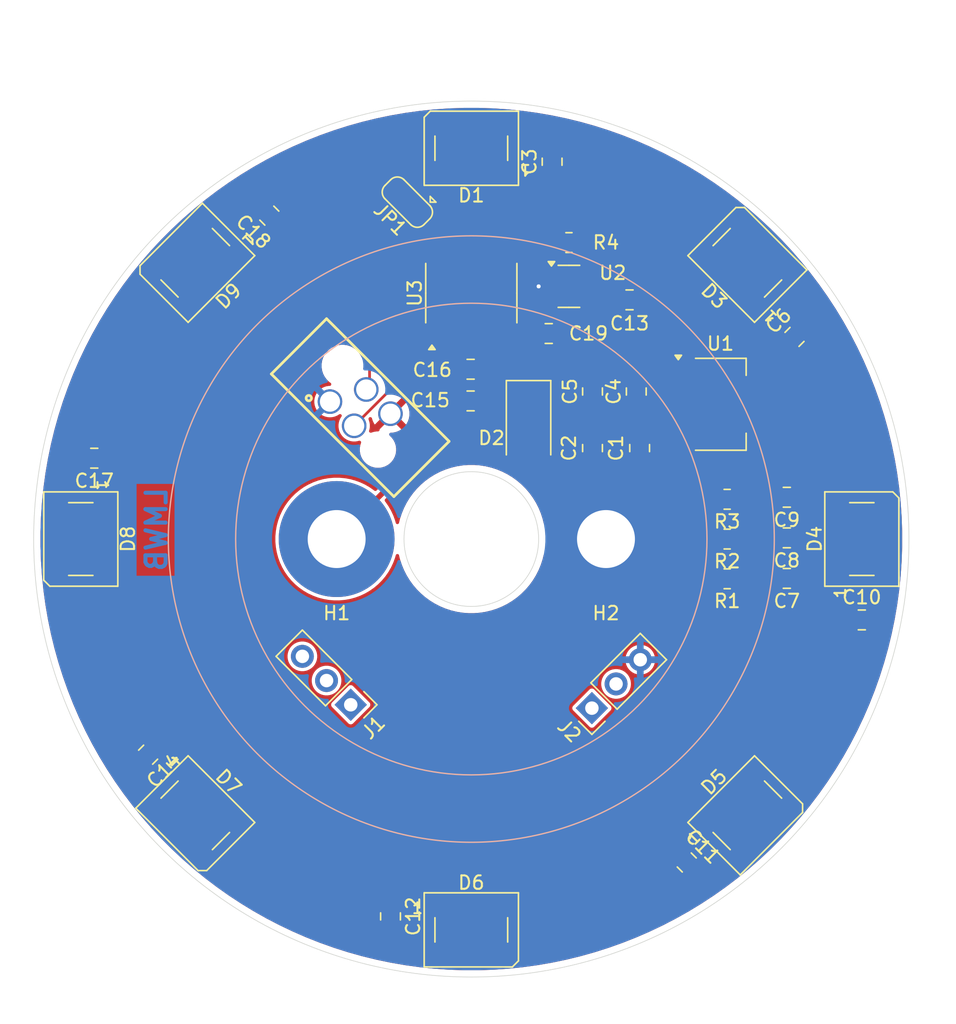
<source format=kicad_pcb>
(kicad_pcb (version 20241229) (generator "pcbnew") (generator_version "9.0")
  (layers (0 "F.Cu" signal) (2 "B.Cu" signal) (13 "F.Paste" user) (15 "B.Paste" user) (5 "F.SilkS" user "F.Silkscreen") (7 "B.SilkS" user "B.Silkscreen") (1 "F.Mask" user) (3 "B.Mask" user) (25 "Edge.Cuts" user))
  (net 0 "")
  (net 1 "GND")
  (net 2 "Net-(D1-DOUT)")
  (net 3 "Net-(J1-Pin_1)")
  (net 4 "Net-(J1-Pin_2)")
  (net 5 "Net-(J1-Pin_3)")
  (net 6 "Net-(D5-DOUT)")
  (net 7 "Net-(D6-DOUT)")
  (net 8 "VCC")
  (net 9 "+3V3")
  (net 10 "Net-(D1-DIN)")
  (net 11 "/SPI-MOSI")
  (net 12 "/TIM1-CH1")
  (net 13 "Net-(D7-DOUT)")
  (net 14 "Net-(D2-A)")
  (net 15 "Net-(D8-DOUT)")
  (net 16 "/SCL")
  (net 17 "/SDA")
  (net 19 "/SW-DIO")
  (net 21 "/UART-TX")
  (net 23 "/SPI-SCK")
  (net 24 "/UART-RX")
  (net 25 "/SW-CLK")
  (net 26 "/EXTI-5")
  (net 28 "/EXTI-4")
  (net 30 "/EXTI-6")
  (net 31 "/nRST")
  (net 32 "Net-(D3-DOUT)")
  (net 33 "Net-(D4-DOUT)")
  (net 35 "Net-(U2-WP)")
  (footprint "LED_SMD:LED_WS2812B_PLCC4_5.0x5.0mm_P3.2mm" (layer "F.Cu") (at 41 70 -90)
    (property "Reference" "D8" (at 0 -3.5 90) (layer "F.SilkS"))
    (property "Value" "WS2812B")
    (fp_line (start -3.5 2.75) (end 3.05 2.75) (stroke (width 0.12)) (layer "F.SilkS"))
    (fp_line (start 3.05 2.75) (end 3.5 2.3) (stroke (width 0.12)) (layer "F.SilkS"))
    (fp_line (start 3.5 2.3) (end 3.5 -2.75) (stroke (width 0.12)) (layer "F.SilkS"))
    (fp_line (start -2.7 0.9) (end -2.7 -0.9) (stroke (width 0.12)) (layer "F.SilkS"))
    (fp_line (start 2.7 0.9) (end 2.7 -0.9) (stroke (width 0.12)) (layer "F.SilkS"))
    (fp_line (start -3.5 -2.75) (end -3.5 2.75) (stroke (width 0.12)) (layer "F.SilkS"))
    (fp_line (start -3.5 -2.75) (end 3.5 -2.75) (stroke (width 0.12)) (layer "F.SilkS"))
    (fp_text user "1" (at -4 -1.6 270) (layer "F.SilkS") (effects (font (size 0.8 0.8))))
    (pad "1" smd roundrect (at -2.45 -1.65 270) (size 1.5 0.9) (layers "F.Cu" "F.Mask" "F.Paste") (roundrect_rratio 0.1) (net 9 "+3V3"))
    (pad "2" smd roundrect (at -2.45 1.65 270) (size 1.5 0.9) (layers "F.Cu" "F.Mask" "F.Paste") (roundrect_rratio 0.1) (net 15 "Net-(D8-DOUT)"))
    (pad "3" smd roundrect (at 2.45 1.65 270) (size 1.5 0.9) (layers "F.Cu" "F.Mask" "F.Paste") (roundrect_rratio 0.1) (net 1 "GND"))
    (pad "4" smd roundrect (at 2.45 -1.65 270) (size 1.5 0.9) (layers "F.Cu" "F.Mask" "F.Paste") (roundrect_rratio 0.1) (net 13 "Net-(D7-DOUT)"))
  )
  (footprint "Capacitor_SMD:C_0805_2012Metric" (layer "F.Cu") (at 82.25 59.050001 90)
    (property "Reference" "C4" (at 0 -1.679999 90) (layer "F.SilkS"))
    (property "Value" "1u")
    (fp_line (start -0.261253 -0.735) (end 0.261253 -0.735) (stroke (width 0.12)) (layer "F.SilkS"))
    (fp_line (start -0.261253 0.735) (end 0.261253 0.735) (stroke (width 0.12)) (layer "F.SilkS"))
    (pad "1" smd roundrect (at -0.949999 0 90) (size 1 1.45) (layers "F.Cu" "F.Mask" "F.Paste") (net 9 "+3V3"))
    (pad "2" smd roundrect (at 0.949999 0 90) (size 1 1.45) (layers "F.Cu" "F.Mask" "F.Paste") (net 1 "GND"))
  )
  (footprint "LED_SMD:LED_WS2812B_PLCC4_5.0x5.0mm_P3.2mm" (layer "F.Cu") (at 90.5 49.5 135)
    (property "Reference" "D3" (at 0 -3.5 135) (layer "F.SilkS"))
    (property "Value" "WS2812B")
    (fp_line (start 2.7 0.9) (end 2.7 -0.9) (stroke (width 0.12)) (layer "F.SilkS"))
    (fp_line (start 3.5 2.3) (end 3.5 -2.75) (stroke (width 0.12)) (layer "F.SilkS"))
    (fp_line (start 3.05 2.75) (end 3.5 2.3) (stroke (width 0.12)) (layer "F.SilkS"))
    (fp_line (start -3.5 -2.75) (end 3.5 -2.75) (stroke (width 0.12)) (layer "F.SilkS"))
    (fp_line (start -3.5 -2.75) (end -3.5 2.75) (stroke (width 0.12)) (layer "F.SilkS"))
    (fp_line (start -2.7 0.9) (end -2.7 -0.9) (stroke (width 0.12)) (layer "F.SilkS"))
    (fp_line (start -3.5 2.75) (end 3.05 2.75) (stroke (width 0.12)) (layer "F.SilkS"))
    (fp_text user "1" (at -4 -1.6 135) (layer "F.SilkS") (effects (font (size 0.8 0.8))))
    (pad "1" smd roundrect (at -2.45 -1.65 135) (size 1.5 0.9) (layers "F.Cu" "F.Mask" "F.Paste") (roundrect_rratio 0.1) (net 9 "+3V3"))
    (pad "2" smd roundrect (at -2.45 1.65 135) (size 1.5 0.9) (layers "F.Cu" "F.Mask" "F.Paste") (roundrect_rratio 0.1) (net 32 "Net-(D3-DOUT)"))
    (pad "3" smd roundrect (at 2.45 1.65 135) (size 1.5 0.9) (layers "F.Cu" "F.Mask" "F.Paste") (roundrect_rratio 0.1) (net 1 "GND"))
    (pad "4" smd roundrect (at 2.45 -1.65 135) (size 1.5 0.9) (layers "F.Cu" "F.Mask" "F.Paste") (roundrect_rratio 0.1) (net 2 "Net-(D1-DOUT)"))
  )
  (footprint "Resistor_SMD:R_0805_2012Metric" (layer "F.Cu") (at 77.25 48)
    (property "Reference" "R4" (at 2.75 0 0) (layer "F.SilkS"))
    (property "Value" "0")
    (fp_line (start -0.227064 -0.735) (end 0.227064 -0.735) (stroke (width 0.12)) (layer "F.SilkS"))
    (fp_line (start -0.227064 0.735) (end 0.227064 0.735) (stroke (width 0.12)) (layer "F.SilkS"))
    (pad "1" smd roundrect (at -0.9125 0) (size 1.025 1.4) (layers "F.Cu" "F.Mask" "F.Paste") (roundrect_rratio 0.243902) (net 1 "GND"))
    (pad "2" smd roundrect (at 0.9125 0) (size 1.025 1.4) (layers "F.Cu" "F.Mask" "F.Paste") (roundrect_rratio 0.243902) (net 35 "Net-(U2-WP)"))
  )
  (footprint "Diode_SMD:D_SMA" (layer "F.Cu") (at 74.25 61.75 -90)
    (property "Reference" "D2" (at 0.75 2.75 0) (layer "F.SilkS"))
    (property "Value" "US1D")
    (fp_line (start -3.51 1.65) (end 2 1.65) (stroke (width 0.12)) (layer "F.SilkS"))
    (fp_line (start -3.51 -1.65) (end -3.51 1.65) (stroke (width 0.12)) (layer "F.SilkS"))
    (fp_line (start -3.51 -1.65) (end 2 -1.65) (stroke (width 0.12)) (layer "F.SilkS"))
    (pad "1" smd roundrect (at -2.000001 0 270) (size 2.5 1.8) (layers "F.Cu" "F.Mask" "F.Paste") (roundrect_rratio 0.1388888889) (net 8 "VCC"))
    (pad "2" smd roundrect (at 2.000001 0 270) (size 2.5 1.8) (layers "F.Cu" "F.Mask" "F.Paste") (roundrect_rratio 0.1388888889) (net 14 "Net-(D2-A)"))
  )
  (footprint "MountingHole:MountingHole_4.3mm_M4_Pad" (layer "F.Cu") (at 80 70)
    (property "Reference" "H2" (at 0 5.5 0) (layer "F.SilkS"))
    (property "Value" "MountingHole_Pad")
    (pad "1" thru_hole circle (at 0 0) (size 8.6 8.6) (drill 4.3) (layers "*.Cu" "*.Mask") (net 1 "GND"))
  )
  (footprint "LED_SMD:LED_WS2812B_PLCC4_5.0x5.0mm_P3.2mm" (layer "F.Cu") (at 70 41 180)
    (property "Reference" "D1" (at 0 -3.5 0) (layer "F.SilkS"))
    (property "Value" "WS2812B")
    (fp_line (start 3.5 2.3) (end 3.5 -2.75) (stroke (width 0.12)) (layer "F.SilkS"))
    (fp_line (start 3.05 2.75) (end 3.5 2.3) (stroke (width 0.12)) (layer "F.SilkS"))
    (fp_line (start 2.7 0.9) (end 2.7 -0.9) (stroke (width 0.12)) (layer "F.SilkS"))
    (fp_line (start -2.7 0.9) (end -2.7 -0.9) (stroke (width 0.12)) (layer "F.SilkS"))
    (fp_line (start -3.5 2.75) (end 3.05 2.75) (stroke (width 0.12)) (layer "F.SilkS"))
    (fp_line (start -3.5 -2.75) (end 3.5 -2.75) (stroke (width 0.12)) (layer "F.SilkS"))
    (fp_line (start -3.5 -2.75) (end -3.5 2.75) (stroke (width 0.12)) (layer "F.SilkS"))
    (fp_text user "1" (at -4 -1.6 180) (layer "F.SilkS") (effects (font (size 0.8 0.8))))
    (pad "1" smd roundrect (at -2.45 -1.65 180) (size 1.5 0.9) (layers "F.Cu" "F.Mask" "F.Paste") (roundrect_rratio 0.1) (net 9 "+3V3"))
    (pad "2" smd roundrect (at -2.45 1.65 180) (size 1.5 0.9) (layers "F.Cu" "F.Mask" "F.Paste") (roundrect_rratio 0.1) (net 2 "Net-(D1-DOUT)"))
    (pad "3" smd roundrect (at 2.45 1.65 180) (size 1.5 0.9) (layers "F.Cu" "F.Mask" "F.Paste") (roundrect_rratio 0.1) (net 1 "GND"))
    (pad "4" smd roundrect (at 2.45 -1.65 180) (size 1.5 0.9) (layers "F.Cu" "F.Mask" "F.Paste") (roundrect_rratio 0.1) (net 10 "Net-(D1-DIN)"))
  )
  (footprint "Package_TO_SOT_SMD:SOT-23-5" (layer "F.Cu") (at 77.25 51.25)
    (property "Reference" "U2" (at 3.25 -1 0) (layer "F.SilkS"))
    (property "Value" "24C02S")
    (fp_line (start 0 -1.56) (end -0.8 -1.56) (stroke (width 0.12)) (layer "F.SilkS"))
    (fp_line (start 0 -1.56) (end 0.8 -1.56) (stroke (width 0.12)) (layer "F.SilkS"))
    (fp_line (start 0 1.56) (end -0.8 1.56) (stroke (width 0.12)) (layer "F.SilkS"))
    (fp_line (start 0 1.56) (end 0.8 1.56) (stroke (width 0.12)) (layer "F.SilkS"))
    (fp_poly (pts (xy -1.3 -1.51) (xy -1.54 -1.84) (xy -1.06 -1.84)) (stroke (width 0.12)) (fill yes) (layer "F.SilkS"))
    (pad "1" smd roundrect (at -1.1375 -0.95) (size 1.325 0.6) (layers "F.Cu" "F.Mask" "F.Paste") (net 16 "/SCL"))
    (pad "2" smd roundrect (at -1.1375 0) (size 1.325 0.6) (layers "F.Cu" "F.Mask" "F.Paste") (net 1 "GND"))
    (pad "3" smd roundrect (at -1.1375 0.95) (size 1.325 0.6) (layers "F.Cu" "F.Mask" "F.Paste") (net 17 "/SDA"))
    (pad "4" smd roundrect (at 1.1375 0.95) (size 1.325 0.6) (layers "F.Cu" "F.Mask" "F.Paste") (net 9 "+3V3"))
    (pad "5" smd roundrect (at 1.1375 -0.95) (size 1.325 0.6) (layers "F.Cu" "F.Mask" "F.Paste") (net 35 "Net-(U2-WP)"))
  )
  (footprint "Capacitor_SMD:C_0805_2012Metric" (layer "F.Cu") (at 75.75 54.75)
    (property "Reference" "C19" (at 2.95 0 0) (layer "F.SilkS"))
    (property "Value" "100n")
    (fp_line (start -0.261252 -0.735) (end 0.261252 -0.735) (stroke (width 0.12)) (layer "F.SilkS"))
    (fp_line (start -0.261252 0.735) (end 0.261252 0.735) (stroke (width 0.12)) (layer "F.SilkS"))
    (pad "1" smd roundrect (at -0.95 0) (size 1 1.45) (layers "F.Cu" "F.Mask" "F.Paste") (net 31 "/nRST"))
    (pad "2" smd roundrect (at 0.95 0) (size 1 1.45) (layers "F.Cu" "F.Mask" "F.Paste") (net 1 "GND"))
  )
  (footprint "Capacitor_SMD:C_0805_2012Metric" (layer "F.Cu") (at 79 59.050001 90)
    (property "Reference" "C5" (at 0 -1.679999 90) (layer "F.SilkS"))
    (property "Value" "22u")
    (fp_line (start -0.261253 -0.735) (end 0.261253 -0.735) (stroke (width 0.12)) (layer "F.SilkS"))
    (fp_line (start -0.261253 0.735) (end 0.261253 0.735) (stroke (width 0.12)) (layer "F.SilkS"))
    (pad "1" smd roundrect (at -0.949999 0 90) (size 1 1.45) (layers "F.Cu" "F.Mask" "F.Paste") (net 9 "+3V3"))
    (pad "2" smd roundrect (at 0.949999 0 90) (size 1 1.45) (layers "F.Cu" "F.Mask" "F.Paste") (net 1 "GND"))
  )
  (footprint "Resistor_SMD:R_0805_2012Metric" (layer "F.Cu") (at 89 72.95 180)
    (property "Reference" "R1" (at 0 -1.65 0) (layer "F.SilkS"))
    (property "Value" "10k")
    (fp_line (start -0.227064 0.735) (end 0.227064 0.735) (stroke (width 0.12)) (layer "F.SilkS"))
    (fp_line (start -0.227064 -0.735) (end 0.227064 -0.735) (stroke (width 0.12)) (layer "F.SilkS"))
    (pad "1" smd roundrect (at -0.9125 0 180) (size 1.025 1.4) (layers "F.Cu" "F.Mask" "F.Paste") (roundrect_rratio 0.243902) (net 3 "Net-(J1-Pin_1)"))
    (pad "2" smd roundrect (at 0.9125 0 180) (size 1.025 1.4) (layers "F.Cu" "F.Mask" "F.Paste") (roundrect_rratio 0.243902) (net 9 "+3V3"))
  )
  (footprint "Capacitor_SMD:C_0805_2012Metric" (layer "F.Cu") (at 46 86 -135)
    (property "Reference" "C14" (at 0 -1.679999 45) (layer "F.SilkS"))
    (property "Value" "100n")
    (fp_line (start -0.261253 0.735) (end 0.261253 0.735) (stroke (width 0.12)) (layer "F.SilkS"))
    (fp_line (start -0.261253 -0.735) (end 0.261253 -0.735) (stroke (width 0.12)) (layer "F.SilkS"))
    (pad "1" smd roundrect (at -0.949999 0 225) (size 1 1.45) (layers "F.Cu" "F.Mask" "F.Paste") (net 9 "+3V3"))
    (pad "2" smd roundrect (at 0.949999 0 225) (size 1 1.45) (layers "F.Cu" "F.Mask" "F.Paste") (net 1 "GND"))
  )
  (footprint "Package_SO:TSSOP-20_4.4x6.5mm_P0.65mm" (layer "F.Cu") (at 70 51.75 90)
    (property "Reference" "U3" (at 0 -4.199999 90) (layer "F.SilkS"))
    (property "Value" "STM32C011F6P6")
    (fp_line (start 0 -3.384999) (end 2.199999 -3.385) (stroke (width 0.12)) (layer "F.SilkS"))
    (fp_line (start 0 -3.384999) (end -2.199999 -3.385) (stroke (width 0.12)) (layer "F.SilkS"))
    (fp_line (start 0 3.384999) (end 2.199999 3.385) (stroke (width 0.12)) (layer "F.SilkS"))
    (fp_line (start 0 3.384999) (end -2.199999 3.385) (stroke (width 0.12)) (layer "F.SilkS"))
    (fp_poly (pts (xy -3.86 -2.925) (xy -4.19 -2.685) (xy -4.189999 -3.165)) (stroke (width 0.12)) (fill yes) (layer "F.SilkS"))
    (pad "1" smd roundrect (at -2.8625 -2.925 90) (size 1.475 0.4) (layers "F.Cu" "F.Mask" "F.Paste") (net 16 "/SCL"))
    (pad "2" smd roundrect (at -2.8625 -2.275 90) (size 1.475 0.4) (layers "F.Cu" "F.Mask" "F.Paste") (net 17 "/SDA"))
    (pad "3" smd roundrect (at -2.8625 -1.625 90) (size 1.475 0.4) (layers "F.Cu" "F.Mask" "F.Paste"))
    (pad "4" smd roundrect (at -2.8625 -0.975 90) (size 1.475 0.4) (layers "F.Cu" "F.Mask" "F.Paste") (net 9 "+3V3"))
    (pad "5" smd roundrect (at -2.8625 -0.325 90) (size 1.475 0.4) (layers "F.Cu" "F.Mask" "F.Paste") (net 1 "GND"))
    (pad "6" smd roundrect (at -2.8625 0.325 90) (size 1.475 0.4) (layers "F.Cu" "F.Mask" "F.Paste") (net 31 "/nRST"))
    (pad "7" smd roundrect (at -2.8625 0.975 90) (size 1.475 0.4) (layers "F.Cu" "F.Mask" "F.Paste") (net 21 "/UART-TX"))
    (pad "8" smd roundrect (at -2.8625 1.625 90) (size 1.475 0.4) (layers "F.Cu" "F.Mask" "F.Paste") (net 24 "/UART-RX"))
    (pad "9" smd roundrect (at -2.8625 2.275 90) (size 1.475 0.4) (layers "F.Cu" "F.Mask" "F.Paste"))
    (pad "10" smd roundrect (at -2.8625 2.925 90) (size 1.475 0.4) (layers "F.Cu" "F.Mask" "F.Paste"))
    (pad "11" smd roundrect (at 2.8625 2.925 90) (size 1.475 0.4) (layers "F.Cu" "F.Mask" "F.Paste") (net 28 "/EXTI-4"))
    (pad "12" smd roundrect (at 2.8625 2.275 90) (size 1.475 0.4) (layers "F.Cu" "F.Mask" "F.Paste") (net 26 "/EXTI-5"))
    (pad "13" smd roundrect (at 2.8625 1.625 90) (size 1.475 0.4) (layers "F.Cu" "F.Mask" "F.Paste") (net 30 "/EXTI-6"))
    (pad "14" smd roundrect (at 2.8625 0.975 90) (size 1.475 0.4) (layers "F.Cu" "F.Mask" "F.Paste"))
    (pad "15" smd roundrect (at 2.8625 0.325 90) (size 1.475 0.4) (layers "F.Cu" "F.Mask" "F.Paste") (net 12 "/TIM1-CH1"))
    (pad "16" smd roundrect (at 2.8625 -0.325 90) (size 1.475 0.4) (layers "F.Cu" "F.Mask" "F.Paste"))
    (pad "17" smd roundrect (at 2.8625 -0.975 90) (size 1.475 0.4) (layers "F.Cu" "F.Mask" "F.Paste") (net 11 "/SPI-MOSI"))
    (pad "18" smd roundrect (at 2.8625 -1.625 90) (size 1.475 0.4) (layers "F.Cu" "F.Mask" "F.Paste") (net 19 "/SW-DIO"))
    (pad "19" smd roundrect (at 2.8625 -2.275 90) (size 1.475 0.4) (layers "F.Cu" "F.Mask" "F.Paste") (net 25 "/SW-CLK"))
    (pad "20" smd roundrect (at 2.8625 -2.925 90) (size 1.475 0.4) (layers "F.Cu" "F.Mask" "F.Paste") (net 23 "/SPI-SCK"))
  )
  (footprint "Capacitor_SMD:C_0805_2012Metric" (layer "F.Cu") (at 81.75 52.25)
    (property "Reference" "C13" (at 0 1.75 0) (layer "F.SilkS"))
    (property "Value" "100n")
    (fp_line (start -0.261252 -0.735) (end 0.261252 -0.735) (stroke (width 0.12)) (layer "F.SilkS"))
    (fp_line (start -0.261252 0.735) (end 0.261252 0.735) (stroke (width 0.12)) (layer "F.SilkS"))
    (pad "1" smd roundrect (at -0.95 0) (size 1 1.45) (layers "F.Cu" "F.Mask" "F.Paste") (net 9 "+3V3"))
    (pad "2" smd roundrect (at 0.95 0) (size 1 1.45) (layers "F.Cu" "F.Mask" "F.Paste") (net 1 "GND"))
  )
  (footprint "Capacitor_SMD:C_0805_2012Metric" (layer "F.Cu") (at 86 94 -45)
    (property "Reference" "C11" (at 0 -1.679999 135) (layer "F.SilkS"))
    (property "Value" "100n")
    (fp_line (start -0.261253 0.735) (end 0.261253 0.735) (stroke (width 0.12)) (layer "F.SilkS"))
    (fp_line (start -0.261253 -0.735) (end 0.261253 -0.735) (stroke (width 0.12)) (layer "F.SilkS"))
    (pad "1" smd roundrect (at -0.949999 0 315) (size 1 1.45) (layers "F.Cu" "F.Mask" "F.Paste") (net 9 "+3V3"))
    (pad "2" smd roundrect (at 0.949999 0 315) (size 1 1.45) (layers "F.Cu" "F.Mask" "F.Paste") (net 1 "GND"))
  )
  (footprint "MountingHole:MountingHole_4.3mm_M4_Pad" (layer "F.Cu") (at 60 70)
    (property "Reference" "H1" (at 0 5.5 0) (layer "F.SilkS"))
    (property "Value" "MountingHole_Pad")
    (pad "1" thru_hole circle (at 0 0) (size 8.6 8.6) (drill 4.3) (layers "*.Cu" "*.Mask") (net 14 "Net-(D2-A)"))
  )
  (footprint "LED_SMD:LED_WS2812B_PLCC4_5.0x5.0mm_P3.2mm" (layer "F.Cu") (at 49.5 90.5 -45)
    (property "Reference" "D7" (at 0 -3.5 135) (layer "F.SilkS"))
    (property "Value" "WS2812B")
    (fp_line (start -3.5 2.75) (end 3.05 2.75) (stroke (width 0.12)) (layer "F.SilkS"))
    (fp_line (start -2.7 0.9) (end -2.7 -0.9) (stroke (width 0.12)) (layer "F.SilkS"))
    (fp_line (start -3.5 -2.75) (end -3.5 2.75) (stroke (width 0.12)) (layer "F.SilkS"))
    (fp_line (start -3.5 -2.75) (end 3.5 -2.75) (stroke (width 0.12)) (layer "F.SilkS"))
    (fp_line (start 3.05 2.75) (end 3.5 2.3) (stroke (width 0.12)) (layer "F.SilkS"))
    (fp_line (start 3.5 2.3) (end 3.5 -2.75) (stroke (width 0.12)) (layer "F.SilkS"))
    (fp_line (start 2.7 0.9) (end 2.7 -0.9) (stroke (width 0.12)) (layer "F.SilkS"))
    (fp_text user "1" (at -4 -1.6 315) (layer "F.SilkS") (effects (font (size 0.8 0.8))))
    (pad "1" smd roundrect (at -2.45 -1.65 315) (size 1.5 0.9) (layers "F.Cu" "F.Mask" "F.Paste") (roundrect_rratio 0.1) (net 9 "+3V3"))
    (pad "2" smd roundrect (at -2.45 1.65 315) (size 1.5 0.9) (layers "F.Cu" "F.Mask" "F.Paste") (roundrect_rratio 0.1) (net 13 "Net-(D7-DOUT)"))
    (pad "3" smd roundrect (at 2.45 1.65 315) (size 1.5 0.9) (layers "F.Cu" "F.Mask" "F.Paste") (roundrect_rratio 0.1) (net 1 "GND"))
    (pad "4" smd roundrect (at 2.45 -1.65 315) (size 1.5 0.9) (layers "F.Cu" "F.Mask" "F.Paste") (roundrect_rratio 0.1) (net 7 "Net-(D6-DOUT)"))
  )
  (footprint "Capacitor_SMD:C_0805_2012Metric" (layer "F.Cu") (at 94 55 45)
    (property "Reference" "C6" (at 0 -1.679999 45) (layer "F.SilkS"))
    (property "Value" "100n")
    (fp_line (start -0.261253 -0.735) (end 0.261253 -0.735) (stroke (width 0.12)) (layer "F.SilkS"))
    (fp_line (start -0.261253 0.735) (end 0.261253 0.735) (stroke (width 0.12)) (layer "F.SilkS"))
    (pad "1" smd roundrect (at -0.949999 0 45) (size 1 1.45) (layers "F.Cu" "F.Mask" "F.Paste") (net 9 "+3V3"))
    (pad "2" smd roundrect (at 0.949999 0 45) (size 1 1.45) (layers "F.Cu" "F.Mask" "F.Paste") (net 1 "GND"))
  )
  (footprint "Capacitor_SMD:C_0805_2012Metric" (layer "F.Cu") (at 76 42 90)
    (property "Reference" "C3" (at 0 -1.679999 90) (layer "F.SilkS"))
    (property "Value" "100n")
    (fp_line (start -0.261253 -0.735) (end 0.261253 -0.735) (stroke (width 0.12)) (layer "F.SilkS"))
    (fp_line (start -0.261253 0.735) (end 0.261253 0.735) (stroke (width 0.12)) (layer "F.SilkS"))
    (pad "1" smd roundrect (at -0.949999 0 90) (size 1 1.45) (layers "F.Cu" "F.Mask" "F.Paste") (net 9 "+3V3"))
    (pad "2" smd roundrect (at 0.949999 0 90) (size 1 1.45) (layers "F.Cu" "F.Mask" "F.Paste") (net 1 "GND"))
  )
  (footprint "Capacitor_SMD:C_0805_2012Metric" (layer "F.Cu") (at 93.43 66.9 180)
    (property "Reference" "C9" (at 0 -1.679999 0) (layer "F.SilkS"))
    (property "Value" "100n")
    (fp_line (start -0.261253 0.735) (end 0.261253 0.735) (stroke (width 0.12)) (layer "F.SilkS"))
    (fp_line (start -0.261253 -0.735) (end 0.261253 -0.735) (stroke (width 0.12)) (layer "F.SilkS"))
    (pad "1" smd roundrect (at -0.949999 0 180) (size 1 1.45) (layers "F.Cu" "F.Mask" "F.Paste") (net 5 "Net-(J1-Pin_3)"))
    (pad "2" smd roundrect (at 0.949999 0 180) (size 1 1.45) (layers "F.Cu" "F.Mask" "F.Paste") (net 1 "GND"))
  )
  (footprint "Capacitor_SMD:C_0805_2012Metric" (layer "F.Cu") (at 93.43 72.92 180)
    (property "Reference" "C7" (at 0 -1.679999 0) (layer "F.SilkS"))
    (property "Value" "100n")
    (fp_line (start -0.261253 0.735) (end 0.261253 0.735) (stroke (width 0.12)) (layer "F.SilkS"))
    (fp_line (start -0.261253 -0.735) (end 0.261253 -0.735) (stroke (width 0.12)) (layer "F.SilkS"))
    (pad "1" smd roundrect (at -0.949999 0 180) (size 1 1.45) (layers "F.Cu" "F.Mask" "F.Paste") (net 3 "Net-(J1-Pin_1)"))
    (pad "2" smd roundrect (at 0.949999 0 180) (size 1 1.45) (layers "F.Cu" "F.Mask" "F.Paste") (net 1 "GND"))
  )
  (footprint "LED_SMD:LED_WS2812B_PLCC4_5.0x5.0mm_P3.2mm" (layer "F.Cu") (at 70 99)
    (property "Reference" "D6" (at 0 -3.5 0) (layer "F.SilkS"))
    (property "Value" "WS2812B")
    (fp_line (start -3.5 -2.75) (end -3.5 2.75) (stroke (width 0.12)) (layer "F.SilkS"))
    (fp_line (start -3.5 -2.75) (end 3.5 -2.75) (stroke (width 0.12)) (layer "F.SilkS"))
    (fp_line (start -3.5 2.75) (end 3.05 2.75) (stroke (width 0.12)) (layer "F.SilkS"))
    (fp_line (start -2.7 0.9) (end -2.7 -0.9) (stroke (width 0.12)) (layer "F.SilkS"))
    (fp_line (start 2.7 0.9) (end 2.7 -0.9) (stroke (width 0.12)) (layer "F.SilkS"))
    (fp_line (start 3.05 2.75) (end 3.5 2.3) (stroke (width 0.12)) (layer "F.SilkS"))
    (fp_line (start 3.5 2.3) (end 3.5 -2.75) (stroke (width 0.12)) (layer "F.SilkS"))
    (fp_text user "1" (at -4 -1.6 0) (layer "F.SilkS") (effects (font (size 0.8 0.8))))
    (pad "1" smd roundrect (at -2.45 -1.65) (size 1.5 0.9) (layers "F.Cu" "F.Mask" "F.Paste") (roundrect_rratio 0.1) (net 9 "+3V3"))
    (pad "2" smd roundrect (at -2.45 1.65) (size 1.5 0.9) (layers "F.Cu" "F.Mask" "F.Paste") (roundrect_rratio 0.1) (net 7 "Net-(D6-DOUT)"))
    (pad "3" smd roundrect (at 2.45 1.65) (size 1.5 0.9) (layers "F.Cu" "F.Mask" "F.Paste") (roundrect_rratio 0.1) (net 1 "GND"))
    (pad "4" smd roundrect (at 2.45 -1.65) (size 1.5 0.9) (layers "F.Cu" "F.Mask" "F.Paste") (roundrect_rratio 0.1) (net 6 "Net-(D5-DOUT)"))
  )
  (footprint "Capacitor_SMD:C_0805_2012Metric" (layer "F.Cu") (at 55 46 135)
    (property "Reference" "C18" (at 0 -1.679999 135) (layer "F.SilkS"))
    (property "Value" "100n")
    (fp_line (start -0.261253 -0.735) (end 0.261253 -0.735) (stroke (width 0.12)) (layer "F.SilkS"))
    (fp_line (start -0.261253 0.735) (end 0.261253 0.735) (stroke (width 0.12)) (layer "F.SilkS"))
    (pad "1" smd roundrect (at -0.949999 0 135) (size 1 1.45) (layers "F.Cu" "F.Mask" "F.Paste") (net 9 "+3V3"))
    (pad "2" smd roundrect (at 0.949999 0 135) (size 1 1.45) (layers "F.Cu" "F.Mask" "F.Paste") (net 1 "GND"))
  )
  (footprint "Jumper:SolderJumper-3_P1.3mm_Open_RoundedPad1.0x1.5mm" (layer "F.Cu") (at 65.25 45 135)
    (property "Reference" "JP1" (at 0 -1.8 135) (layer "F.SilkS"))
    (property "Value" "SolderJumper_3_Open")
    (fp_line (start 2.05 -0.3) (end 2.05 0.3) (stroke (width 0.12)) (layer "F.SilkS"))
    (fp_line (start 1.4 1) (end -1.4 1) (stroke (width 0.12)) (layer "F.SilkS"))
    (fp_line (start -1.4 -1) (end 1.4 -1) (stroke (width 0.12)) (layer "F.SilkS"))
    (fp_line (start -2.05 0.3) (end -2.05 -0.3) (stroke (width 0.12)) (layer "F.SilkS"))
    (fp_line (start -1.2 1.2) (end -0.9 1.5) (stroke (width 0.12)) (layer "F.SilkS"))
    (fp_line (start -1.2 1.2) (end -1.5 1.5) (stroke (width 0.12)) (layer "F.SilkS"))
    (fp_line (start -1.5 1.5) (end -0.9 1.5) (stroke (width 0.12)) (layer "F.SilkS"))
    (fp_arc (start 1.35 -1) (mid 1.844975 -0.794975) (end 2.05 -0.3) (stroke (width 0.12)) (layer "F.SilkS"))
    (fp_arc (start 2.05 0.3) (mid 1.844975 0.794975) (end 1.35 1) (stroke (width 0.12)) (layer "F.SilkS"))
    (fp_arc (start -2.05 -0.3) (mid -1.844975 -0.794975) (end -1.35 -1) (stroke (width 0.12)) (layer "F.SilkS"))
    (fp_arc (start -1.35 1) (mid -1.844975 0.794975) (end -2.05 0.3) (stroke (width 0.12)) (layer "F.SilkS"))
    (pad "1" smd custom (at -1.3 0 135) (size 1 0.5) (layers "F.Cu" "F.Mask") (net 12 "/TIM1-CH1") (options (clearance outline) (anchor rect)) (primitives (gr_circle (center 0 0.25) (end 0.5 0.25) (width 0) (fill yes)) (gr_circle (center 0 -0.25) (end 0.5 -0.25) (width 0) (fill yes)) (gr_poly (pts (xy 0.55 0.75) (xy 0 0.75) (xy 0 -0.75) (xy 0.55 -0.75)) (width 0) (fill yes))))
    (pad "2" smd rect (at 0 0 135) (size 1 1.5) (layers "F.Cu" "F.Mask") (net 10 "Net-(D1-DIN)"))
    (pad "3" smd custom (at 1.3 0 135) (size 1 0.5) (layers "F.Cu" "F.Mask") (net 11 "/SPI-MOSI") (options (clearance outline) (anchor rect)) (primitives (gr_circle (center 0 0.25) (end 0.5 0.25) (width 0) (fill yes)) (gr_circle (center 0 -0.25) (end 0.5 -0.25) (width 0) (fill yes)) (gr_poly (pts (xy 0 0.75) (xy -0.55 0.75) (xy -0.55 -0.75) (xy 0 -0.75)) (width 0) (fill yes))))
  )
  (footprint "Capacitor_SMD:C_0805_2012Metric" (layer "F.Cu") (at 99 76)
    (property "Reference" "C10" (at 0 -1.68 0) (layer "F.SilkS"))
    (property "Value" "100n")
    (fp_line (start -0.261252 -0.735) (end 0.261252 -0.735) (stroke (width 0.12)) (layer "F.SilkS"))
    (fp_line (start -0.261252 0.735) (end 0.261252 0.735) (stroke (width 0.12)) (layer "F.SilkS"))
    (pad "1" smd roundrect (at -0.95 0) (size 1 1.45) (layers "F.Cu" "F.Mask" "F.Paste") (net 9 "+3V3"))
    (pad "2" smd roundrect (at 0.95 0) (size 1 1.45) (layers "F.Cu" "F.Mask" "F.Paste") (net 1 "GND"))
  )
  (footprint "Capacitor_SMD:C_0805_2012Metric" (layer "F.Cu") (at 64 98 -90)
    (property "Reference" "C12" (at 0 -1.679999 90) (layer "F.SilkS"))
    (property "Value" "100n")
    (fp_line (start -0.261253 0.735) (end 0.261253 0.735) (stroke (width 0.12)) (layer "F.SilkS"))
    (fp_line (start -0.261253 -0.735) (end 0.261253 -0.735) (stroke (width 0.12)) (layer "F.SilkS"))
    (pad "1" smd roundrect (at -0.949999 0 270) (size 1 1.45) (layers "F.Cu" "F.Mask" "F.Paste") (net 9 "+3V3"))
    (pad "2" smd roundrect (at 0.949999 0 270) (size 1 1.45) (layers "F.Cu" "F.Mask" "F.Paste") (net 1 "GND"))
  )
  (footprint "Capacitor_SMD:C_0805_2012Metric" (layer "F.Cu") (at 69.95 57.4)
    (property "Reference" "C16" (at -2.85 0.05 0) (layer "F.SilkS"))
    (property "Value" "22u")
    (fp_line (start -0.261252 -0.735) (end 0.261252 -0.735) (stroke (width 0.12)) (layer "F.SilkS"))
    (fp_line (start -0.261252 0.735) (end 0.261252 0.735) (stroke (width 0.12)) (layer "F.SilkS"))
    (pad "1" smd roundrect (at -0.95 0) (size 1 1.45) (layers "F.Cu" "F.Mask" "F.Paste") (net 9 "+3V3"))
    (pad "2" smd roundrect (at 0.95 0) (size 1 1.45) (layers "F.Cu" "F.Mask" "F.Paste") (net 1 "GND"))
  )
  (footprint "Capacitor_SMD:C_0805_2012Metric" (layer "F.Cu") (at 69.949999 59.75)
    (property "Reference" "C15" (at -3 -0.05 0) (layer "F.SilkS"))
    (property "Value" "100n")
    (fp_line (start -0.261253 -0.735) (end 0.261253 -0.735) (stroke (width 0.12)) (layer "F.SilkS"))
    (fp_line (start -0.261253 0.735) (end 0.261253 0.735) (stroke (width 0.12)) (layer "F.SilkS"))
    (pad "1" smd roundrect (at -0.949999 0) (size 1 1.45) (layers "F.Cu" "F.Mask" "F.Paste") (net 9 "+3V3"))
    (pad "2" smd roundrect (at 0.949999 0) (size 1 1.45) (layers "F.Cu" "F.Mask" "F.Paste") (net 1 "GND"))
  )
  (footprint "Capacitor_SMD:C_0805_2012Metric" (layer "F.Cu") (at 79 63.25 -90)
    (property "Reference" "C2" (at 0 1.75 90) (layer "F.SilkS"))
    (property "Value" "1u")
    (fp_line (start -0.261253 0.735) (end 0.261253 0.735) (stroke (width 0.12)) (layer "F.SilkS"))
    (fp_line (start -0.261253 -0.735) (end 0.261253 -0.735) (stroke (width 0.12)) (layer "F.SilkS"))
    (pad "1" smd roundrect (at -0.949999 0 270) (size 1 1.45) (layers "F.Cu" "F.Mask" "F.Paste") (net 8 "VCC"))
    (pad "2" smd roundrect (at 0.949999 0 270) (size 1 1.45) (layers "F.Cu" "F.Mask" "F.Paste") (net 1 "GND"))
  )
  (footprint "Capacitor_SMD:C_0805_2012Metric" (layer "F.Cu") (at 42 64 180)
    (property "Reference" "C17" (at 0 -1.679999 0) (layer "F.SilkS"))
    (property "Value" "100n")
    (fp_line (start -0.261253 0.735) (end 0.261253 0.735) (stroke (width 0.12)) (layer "F.SilkS"))
    (fp_line (start -0.261253 -0.735) (end 0.261253 -0.735) (stroke (width 0.12)) (layer "F.SilkS"))
    (pad "1" smd roundrect (at -0.949999 0 180) (size 1 1.45) (layers "F.Cu" "F.Mask" "F.Paste") (net 9 "+3V3"))
    (pad "2" smd roundrect (at 0.949999 0 180) (size 1 1.45) (layers "F.Cu" "F.Mask" "F.Paste") (net 1 "GND"))
  )
  (footprint "Package_TO_SOT_SMD:SOT-223-3_TabPin2" (layer "F.Cu") (at 88.5 60)
    (property "Reference" "U1" (at 0 -4.500001 0) (layer "F.SilkS"))
    (property "Value" "AMS1117-3.3")
    (fp_line (start -1.85 -3.410001) (end 1.91 -3.41) (stroke (width 0.12)) (layer "F.SilkS"))
    (fp_line (start -1.85 3.410001) (end 1.91 3.41) (stroke (width 0.12)) (layer "F.SilkS"))
    (fp_line (start 1.91 -3.41) (end 1.91 -2.150001) (stroke (width 0.12)) (layer "F.SilkS"))
    (fp_line (start 1.91 3.41) (end 1.91 2.150001) (stroke (width 0.12)) (layer "F.SilkS"))
    (fp_poly (pts (xy -3.13 -3.31) (xy -3.37 -3.64) (xy -2.89 -3.64) (xy -3.13 -3.31)) (stroke (width 0.12)) (fill yes) (layer "F.SilkS"))
    (pad "1" smd roundrect (at -3.15 -2.3) (size 2 1.5) (layers "F.Cu" "F.Mask" "F.Paste") (net 1 "GND"))
    (pad "2" smd roundrect (at -3.149999 0) (size 2 1.5) (layers "F.Cu" "F.Mask" "F.Paste") (net 9 "+3V3"))
    (pad "2" smd roundrect (at 3.149999 0) (size 2 3.8) (layers "F.Cu" "F.Mask" "F.Paste") (net 9 "+3V3"))
    (pad "3" smd roundrect (at -3.15 2.3) (size 2 1.5) (layers "F.Cu" "F.Mask" "F.Paste") (net 8 "VCC"))
  )
  (footprint "LED_SMD:LED_WS2812B_PLCC4_5.0x5.0mm_P3.2mm" (layer "F.Cu") (at 90.5 90.5 45)
    (property "Reference" "D5" (at 0 -3.5 45) (layer "F.SilkS"))
    (property "Value" "WS2812B")
    (fp_line (start -3.5 -2.75) (end -3.5 2.75) (stroke (width 0.12)) (layer "F.SilkS"))
    (fp_line (start -3.5 -2.75) (end 3.5 -2.75) (stroke (width 0.12)) (layer "F.SilkS"))
    (fp_line (start -2.7 0.9) (end -2.7 -0.9) (stroke (width 0.12)) (layer "F.SilkS"))
    (fp_line (start -3.5 2.75) (end 3.05 2.75) (stroke (width 0.12)) (layer "F.SilkS"))
    (fp_line (start 2.7 0.9) (end 2.7 -0.9) (stroke (width 0.12)) (layer "F.SilkS"))
    (fp_line (start 3.5 2.3) (end 3.5 -2.75) (stroke (width 0.12)) (layer "F.SilkS"))
    (fp_line (start 3.05 2.75) (end 3.5 2.3) (stroke (width 0.12)) (layer "F.SilkS"))
    (fp_text user "1" (at -4 -1.6 45) (layer "F.SilkS") (effects (font (size 0.8 0.8))))
    (pad "1" smd roundrect (at -2.45 -1.65 45) (size 1.5 0.9) (layers "F.Cu" "F.Mask" "F.Paste") (roundrect_rratio 0.1) (net 9 "+3V3"))
    (pad "2" smd roundrect (at -2.45 1.65 45) (size 1.5 0.9) (layers "F.Cu" "F.Mask" "F.Paste") (roundrect_rratio 0.1) (net 6 "Net-(D5-DOUT)"))
    (pad "3" smd roundrect (at 2.45 1.65 45) (size 1.5 0.9) (layers "F.Cu" "F.Mask" "F.Paste") (roundrect_rratio 0.1) (net 1 "GND"))
    (pad "4" smd roundrect (at 2.45 -1.65 45) (size 1.5 0.9) (layers "F.Cu" "F.Mask" "F.Paste") (roundrect_rratio 0.1) (net 33 "Net-(D4-DOUT)"))
  )
  (footprint "LED_SMD:LED_WS2812B_PLCC4_5.0x5.0mm_P3.2mm" (layer "F.Cu") (at 49.5 49.5 -135)
    (property "Reference" "D9" (at 0 -3.5 45) (layer "F.SilkS"))
    (property "Value" "WS2812B")
    (fp_line (start 3.05 2.75) (end 3.5 2.3) (stroke (width 0.12)) (layer "F.SilkS"))
    (fp_line (start 3.5 2.3) (end 3.5 -2.75) (stroke (width 0.12)) (layer "F.SilkS"))
    (fp_line (start 2.7 0.9) (end 2.7 -0.9) (stroke (width 0.12)) (layer "F.SilkS"))
    (fp_line (start -3.5 2.75) (end 3.05 2.75) (stroke (width 0.12)) (layer "F.SilkS"))
    (fp_line (start -2.7 0.9) (end -2.7 -0.9) (stroke (width 0.12)) (layer "F.SilkS"))
    (fp_line (start -3.5 -2.75) (end 3.5 -2.75) (stroke (width 0.12)) (layer "F.SilkS"))
    (fp_line (start -3.5 -2.75) (end -3.5 2.75) (stroke (width 0.12)) (layer "F.SilkS"))
    (fp_text user "1" (at -4 -1.6 225) (layer "F.SilkS") (effects (font (size 0.8 0.8))))
    (pad "1" smd roundrect (at -2.45 -1.65 225) (size 1.5 0.9) (layers "F.Cu" "F.Mask" "F.Paste") (roundrect_rratio 0.1) (net 9 "+3V3"))
    (pad "2" smd roundrect (at -2.45 1.65 225) (size 1.5 0.9) (layers "F.Cu" "F.Mask" "F.Paste") (roundrect_rratio 0.1))
    (pad "3" smd roundrect (at 2.45 1.65 225) (size 1.5 0.9) (layers "F.Cu" "F.Mask" "F.Paste") (roundrect_rratio 0.1) (net 1 "GND"))
    (pad "4" smd roundrect (at 2.45 -1.65 225) (size 1.5 0.9) (layers "F.Cu" "F.Mask" "F.Paste") (roundrect_rratio 0.1) (net 15 "Net-(D8-DOUT)"))
  )
  (footprint "Resistor_SMD:R_0805_2012Metric" (layer "F.Cu") (at 89 67.05 180)
    (property "Reference" "R3" (at 0 -1.65 0) (layer "F.SilkS"))
    (property "Value" "10k")
    (fp_line (start -0.227064 0.735) (end 0.227064 0.735) (stroke (width 0.12)) (layer "F.SilkS"))
    (fp_line (start -0.227064 -0.735) (end 0.227064 -0.735) (stroke (width 0.12)) (layer "F.SilkS"))
    (pad "1" smd roundrect (at -0.9125 0 180) (size 1.025 1.4) (layers "F.Cu" "F.Mask" "F.Paste") (roundrect_rratio 0.243902) (net 5 "Net-(J1-Pin_3)"))
    (pad "2" smd roundrect (at 0.9125 0 180) (size 1.025 1.4) (layers "F.Cu" "F.Mask" "F.Paste") (roundrect_rratio 0.243902) (net 9 "+3V3"))
  )
  (footprint "Connector_PinHeader_2.54mm:PinHeader_1x03_P2.54mm_Vertical" (layer "F.Cu") (at 78.953949 82.546051 135)
    (property "Reference" "J2" (at 0 -2.38 135) (layer "F.SilkS"))
    (property "Value" "Conn_01x03")
    (fp_line (start 1.38 1.27) (end 1.38 6.46) (stroke (width 0.12)) (layer "F.SilkS"))
    (fp_line (start -1.38 -1.38) (end 0 -1.379999) (stroke (width 0.12)) (layer "F.SilkS"))
    (fp_line (start -1.379999 0) (end -1.38 -1.38) (stroke (width 0.12)) (layer "F.SilkS"))
    (fp_line (start -1.38 1.27) (end 1.38 1.27) (stroke (width 0.12)) (layer "F.SilkS"))
    (fp_line (start -1.38 1.27) (end -1.38 6.46) (stroke (width 0.12)) (layer "F.SilkS"))
    (fp_line (start -1.38 6.46) (end 1.38 6.46) (stroke (width 0.12)) (layer "F.SilkS"))
    (pad "1" thru_hole rect (at 0 0 135) (size 1.7 1.7) (drill 1) (layers "*.Cu" "*.Mask") (net 21 "/UART-TX"))
    (pad "2" thru_hole circle (at 0 2.54 135) (size 1.7 1.7) (drill 1) (layers "*.Cu" "*.Mask") (net 24 "/UART-RX"))
    (pad "3" thru_hole circle (at 0 5.079999 135) (size 1.7 1.7) (drill 1) (layers "*.Cu" "*.Mask") (net 1 "GND"))
  )
  (footprint "Capacitor_SMD:C_0805_2012Metric" (layer "F.Cu") (at 93.43 69.909999 180)
    (property "Reference" "C8" (at 0 -1.679999 0) (layer "F.SilkS"))
    (property "Value" "100n")
    (fp_line (start -0.261253 0.735) (end 0.261253 0.735) (stroke (width 0.12)) (layer "F.SilkS"))
    (fp_line (start -0.261253 -0.735) (end 0.261253 -0.735) (stroke (width 0.12)) (layer "F.SilkS"))
    (pad "1" smd roundrect (at -0.949999 0 180) (size 1 1.45) (layers "F.Cu" "F.Mask" "F.Paste") (net 4 "Net-(J1-Pin_2)"))
    (pad "2" smd roundrect (at 0.949999 0 180) (size 1 1.45) (layers "F.Cu" "F.Mask" "F.Paste") (net 1 "GND"))
  )
  (footprint "LED_SMD:LED_WS2812B_PLCC4_5.0x5.0mm_P3.2mm" (layer "F.Cu") (at 99 70 90)
    (property "Reference" "D4" (at 0 -3.5 90) (layer "F.SilkS"))
    (property "Value" "WS2812B")
    (fp_line (start -3.5 -2.75) (end 3.5 -2.75) (stroke (width 0.12)) (layer "F.SilkS"))
    (fp_line (start -3.5 -2.75) (end -3.5 2.75) (stroke (width 0.12)) (layer "F.SilkS"))
    (fp_line (start 2.7 0.9) (end 2.7 -0.9) (stroke (width 0.12)) (layer "F.SilkS"))
    (fp_line (start -2.7 0.9) (end -2.7 -0.9) (stroke (width 0.12)) (layer "F.SilkS"))
    (fp_line (start 3.5 2.3) (end 3.5 -2.75) (stroke (width 0.12)) (layer "F.SilkS"))
    (fp_line (start 3.05 2.75) (end 3.5 2.3) (stroke (width 0.12)) (layer "F.SilkS"))
    (fp_line (start -3.5 2.75) (end 3.05 2.75) (stroke (width 0.12)) (layer "F.SilkS"))
    (fp_text user "1" (at -4 -1.6 90) (layer "F.SilkS") (effects (font (size 0.8 0.8))))
    (pad "1" smd roundrect (at -2.45 -1.65 90) (size 1.5 0.9) (layers "F.Cu" "F.Mask" "F.Paste") (roundrect_rratio 0.1) (net 9 "+3V3"))
    (pad "2" smd roundrect (at -2.45 1.65 90) (size 1.5 0.9) (layers "F.Cu" "F.Mask" "F.Paste") (roundrect_rratio 0.1) (net 33 "Net-(D4-DOUT)"))
    (pad "3" smd roundrect (at 2.45 1.65 90) (size 1.5 0.9) (layers "F.Cu" "F.Mask" "F.Paste") (roundrect_rratio 0.1) (net 1 "GND"))
    (pad "4" smd roundrect (at 2.45 -1.65 90) (size 1.5 0.9) (layers "F.Cu" "F.Mask" "F.Paste") (roundrect_rratio 0.1) (net 32 "Net-(D3-DOUT)"))
  )
  (footprint "Connector_PinHeader_2.54mm:PinHeader_1x03_P2.54mm_Vertical" (layer "F.Cu") (at 61.046051 82.296051 -135)
    (property "Reference" "J1" (at 0 -2.38 45) (layer "F.SilkS"))
    (property "Value" "Conn_01x03")
    (fp_line (start -1.38 6.46) (end 1.38 6.46) (stroke (width 0.12)) (layer "F.SilkS"))
    (fp_line (start 1.38 1.27) (end 1.38 6.46) (stroke (width 0.12)) (layer "F.SilkS"))
    (fp_line (start -1.38 1.27) (end -1.38 6.46) (stroke (width 0.12)) (layer "F.SilkS"))
    (fp_line (start -1.38 1.27) (end 1.38 1.27) (stroke (width 0.12)) (layer "F.SilkS"))
    (fp_line (start -1.379999 0) (end -1.38 -1.38) (stroke (width 0.12)) (layer "F.SilkS"))
    (fp_line (start -1.38 -1.38) (end 0 -1.379999) (stroke (width 0.12)) (layer "F.SilkS"))
    (pad "1" thru_hole rect (at 0 0 225) (size 1.7 1.7) (drill 1) (layers "*.Cu" "*.Mask") (net 3 "Net-(J1-Pin_1)"))
    (pad "2" thru_hole circle (at 0 2.54 225) (size 1.7 1.7) (drill 1) (layers "*.Cu" "*.Mask") (net 4 "Net-(J1-Pin_2)"))
    (pad "3" thru_hole circle (at 0 5.079999 225) (size 1.7 1.7) (drill 1) (layers "*.Cu" "*.Mask") (net 5 "Net-(J1-Pin_3)"))
  )
  (footprint "Capacitor_SMD:C_0805_2012Metric" (layer "F.Cu") (at 82.5 63.25 -90)
    (property "Reference" "C1" (at 0 1.75 90) (layer "F.SilkS"))
    (property "Value" "22u")
    (fp_line (start -0.261253 0.735) (end 0.261253 0.735) (stroke (width 0.12)) (layer "F.SilkS"))
    (fp_line (start -0.261253 -0.735) (end 0.261253 -0.735) (stroke (width 0.12)) (layer "F.SilkS"))
    (pad "1" smd roundrect (at -0.949999 0 270) (size 1 1.45) (layers "F.Cu" "F.Mask" "F.Paste") (net 8 "VCC"))
    (pad "2" smd roundrect (at 0.949999 0 270) (size 1 1.45) (layers "F.Cu" "F.Mask" "F.Paste") (net 1 "GND"))
  )
  (footprint "Resistor_SMD:R_0805_2012Metric" (layer "F.Cu") (at 89 70 180)
    (property "Reference" "R2" (at 0 -1.65 0) (layer "F.SilkS"))
    (property "Value" "10k")
    (fp_line (start -0.227064 0.735) (end 0.227064 0.735) (stroke (width 0.12)) (layer "F.SilkS"))
    (fp_line (start -0.227064 -0.735) (end 0.227064 -0.735) (stroke (width 0.12)) (layer "F.SilkS"))
    (pad "1" smd roundrect (at -0.9125 0 180) (size 1.025 1.4) (layers "F.Cu" "F.Mask" "F.Paste") (roundrect_rratio 0.243902) (net 4 "Net-(J1-Pin_2)"))
    (pad "2" smd roundrect (at 0.9125 0 180) (size 1.025 1.4) (layers "F.Cu" "F.Mask" "F.Paste") (roundrect_rratio 0.243902) (net 9 "+3V3"))
  )
  (footprint "WE-SKEDD_WR-WST(rev19b):490107670412_DEBUGGING" (layer "F.Cu") (at 61.75 60.25 135)
    (property "Reference" "J3" (hide yes))
    (property "Value" "~")
    (fp_line (start 6.435 -2.9) (end 6.435 2.9) (stroke (width 0.2)) (layer "F.SilkS"))
    (fp_line (start 6.435 2.9) (end -6.435 2.9) (stroke (width 0.2)) (layer "F.SilkS"))
    (fp_line (start -6.435 -2.9) (end 6.435 -2.9) (stroke (width 0.2)) (layer "F.SilkS"))
    (fp_line (start -6.435 2.9) (end -6.435 -2.9) (stroke (width 0.2)) (layer "F.SilkS"))
    (fp_circle (center 3.2 -2.2) (end 3.299999 -2.2) (stroke (width 0.2)) (fill no) (layer "F.SilkS"))
    (pad "" np_thru_hole circle (at -3.135 -1.27 135) (size 2.2 2.2) (drill 2.2) (layers "*.Cu" "*.Mask"))
    (pad "" np_thru_hole circle (at 3.135 1.27 135) (size 2.6 2.6) (drill 2.6) (layers "*.Cu" "*.Mask"))
    (pad "1" thru_hole circle (at 1.905 -1.27 135) (size 1.825 1.825) (drill 1.5) (layers "*.Cu" "*.Mask") (net 1 "GND"))
    (pad "2" thru_hole circle (at 0.635 1.27 135) (size 1.825 1.825) (drill 1.5) (layers "*.Cu" "*.Mask") (net 25 "/SW-CLK"))
    (pad "3" thru_hole circle (at -0.635 -1.27 135) (size 1.825 1.825) (drill 1.5) (layers "*.Cu" "*.Mask") (net 19 "/SW-DIO"))
    (pad "4" thru_hole circle (at -1.905 1.27 135) (size 1.825 1.825) (drill 1.5) (layers "*.Cu" "*.Mask") (net 9 "+3V3"))
  )
  (gr_circle (center 70 70) (end 87.5 70) (stroke (width 0.1)) (fill no) (layer "B.SilkS"))
  (gr_circle (center 70 70) (end 92.5 70) (stroke (width 0.1)) (fill no) (layer "B.SilkS"))
  (gr_circle (center 70 70) (end 75 70) (stroke (width 0.05)) (fill no) (layer "Edge.Cuts"))
  (gr_circle (center 70 70) (end 102.5 70) (stroke (width 0.05)) (fill no) (layer "Edge.Cuts"))
  (gr_text "LMWB" (at 47.5 66.01 90) (layer "B.Cu") (effects (font (size 1.5 1.5) (thickness 0.3) (bold yes)) (justify left bottom mirror)))
  (segment (start 76.1125 51.25) (end 75 51.25) (width 0.3) (layer "F.Cu") (net 1))
  (via (at 75 51.25) (size 0.6) (drill 0.3) (layers "F.Cu" "B.Cu") (net 1))
  (segment (start 77.300001 62.300001) (end 79 62.300001) (width 0.4) (layer "F.Cu") (net 8))
  (segment (start 85.35 62.3) (end 82.5 62.300001) (width 0.4) (layer "F.Cu") (net 8))
  (segment (start 76.75 61.75) (end 77.300001 62.300001) (width 0.4) (layer "F.Cu") (net 8))
  (segment (start 76.75 60.75) (end 76.75 61.75) (width 0.4) (layer "F.Cu") (net 8))
  (segment (start 75.749999 59.749999) (end 76.75 60.75) (width 0.4) (layer "F.Cu") (net 8))
  (segment (start 82.5 62.300001) (end 79 62.300001) (width 0.4) (layer "F.Cu") (net 8))
  (segment (start 74.25 59.749999) (end 75.749999 59.749999) (width 0.4) (layer "F.Cu") (net 8))
  (segment (start 66.25 63.75) (end 60 70) (width 0.4) (layer "F.Cu") (net 14))
  (segment (start 74.25 63.750001) (end 66.25 63.75) (width 0.4) (layer "F.Cu") (net 14))
  (segment (start 67.075 53.175) (end 67.075 54.6125) (width 0.2) (layer "F.Cu") (net 16))
  (segment (start 73.25 51.75) (end 68.5 51.75) (width 0.2) (layer "F.Cu") (net 16))
  (segment (start 68.5 51.75) (end 67.075 53.175) (width 0.2) (layer "F.Cu") (net 16))
  (segment (start 74.7 50.3) (end 73.25 51.75) (width 0.2) (layer "F.Cu") (net 16))
  (segment (start 76.1125 50.3) (end 74.7 50.3) (width 0.2) (layer "F.Cu") (net 16))
  (segment (start 68.8 52.2) (end 67.725 53.275) (width 0.2) (layer "F.Cu") (net 17))
  (segment (start 67.725 53.275) (end 67.725 54.6125) (width 0.2) (layer "F.Cu") (net 17))
  (segment (start 76.1125 52.2) (end 68.8 52.2) (width 0.2) (layer "F.Cu") (net 17))
  (segment (start 64 58.898025) (end 61.300987 61.597038) (width 0.2) (layer "F.Cu") (net 19))
  (segment (start 68.375 49.9421) (end 68.375 48.8875) (width 0.2) (layer "F.Cu") (net 19))
  (segment (start 64 54.3171) (end 64 58.898025) (width 0.2) (layer "F.Cu") (net 19))
  (segment (start 64 54.3171) (end 68.375 49.9421) (width 0.2) (layer "F.Cu") (net 19))
  (segment (start 67.725 48.8875) (end 67.725 50.025) (width 0.2) (layer "F.Cu") (net 25))
  (segment (start 67.725 50.025) (end 62.444077 55.305923) (width 0.2) (layer "F.Cu") (net 25))
  (segment (start 62.444077 58.657898) (end 62.199013 58.902962) (width 0.2) (layer "F.Cu") (net 25))
  (segment (start 62.444077 55.305923) (end 62.444077 58.657898) (width 0.2) (layer "F.Cu") (net 25))
  (zone (net 9) (net_name "+3V3") (layer "F.Cu") (connect_pads (clearance 0.25)) (min_thickness 0.25) (fill yes (thermal_gap 0.5) (thermal_bridge_width 0.5))
    (polygon (pts (xy 35 30) (xy 105 30) (xy 105 105) (xy 35 105)))
  )
  (zone (net 1) (net_name "GND") (layer "B.Cu") (connect_pads (clearance 0.5)) (min_thickness 0.25) (fill yes (thermal_gap 0.5) (thermal_bridge_width 0.5))
    (polygon (pts (xy 36 31) (xy 106 31) (xy 106 106) (xy 36 106)))
  )
)
</source>
